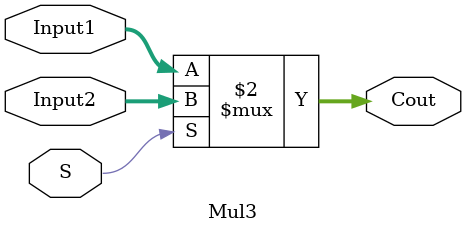
<source format=v>

module Mul3 ( Input1,	
			  Input2,
			  S,
			  Cout);
	
	input [31:0] Input1;
	input [31:0] Input2;
	input S;
	
	output [31:0] Cout;
	
	assign Cout = (S == 0) ? Input1 : Input2;
	
endmodule
</source>
